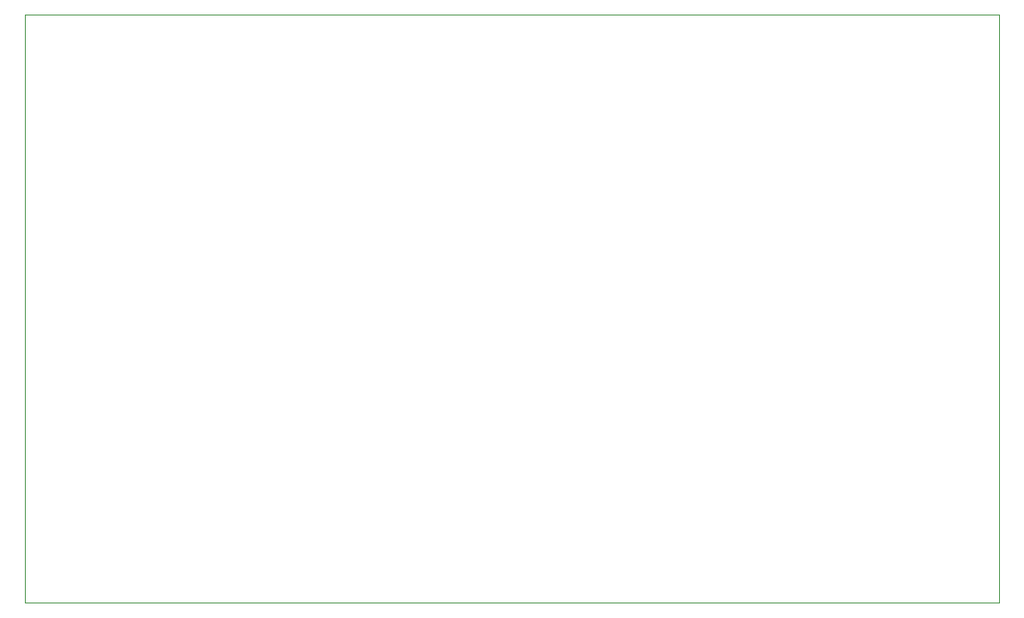
<source format=gm1>
G04 #@! TF.GenerationSoftware,KiCad,Pcbnew,(6.0.1)*
G04 #@! TF.CreationDate,2023-03-29T19:46:05-04:00*
G04 #@! TF.ProjectId,G-NiceRF Breakout Board,472d4e69-6365-4524-9620-427265616b6f,rev?*
G04 #@! TF.SameCoordinates,Original*
G04 #@! TF.FileFunction,Profile,NP*
%FSLAX46Y46*%
G04 Gerber Fmt 4.6, Leading zero omitted, Abs format (unit mm)*
G04 Created by KiCad (PCBNEW (6.0.1)) date 2023-03-29 19:46:05*
%MOMM*%
%LPD*%
G01*
G04 APERTURE LIST*
G04 #@! TA.AperFunction,Profile*
%ADD10C,0.100000*%
G04 #@! TD*
G04 APERTURE END LIST*
D10*
X75500000Y-93000000D02*
X75500000Y-35000000D01*
X171500000Y-35000000D02*
X171500000Y-93000000D01*
X75500000Y-35000000D02*
X171500000Y-35000000D01*
X171500000Y-93000000D02*
X75500000Y-93000000D01*
M02*

</source>
